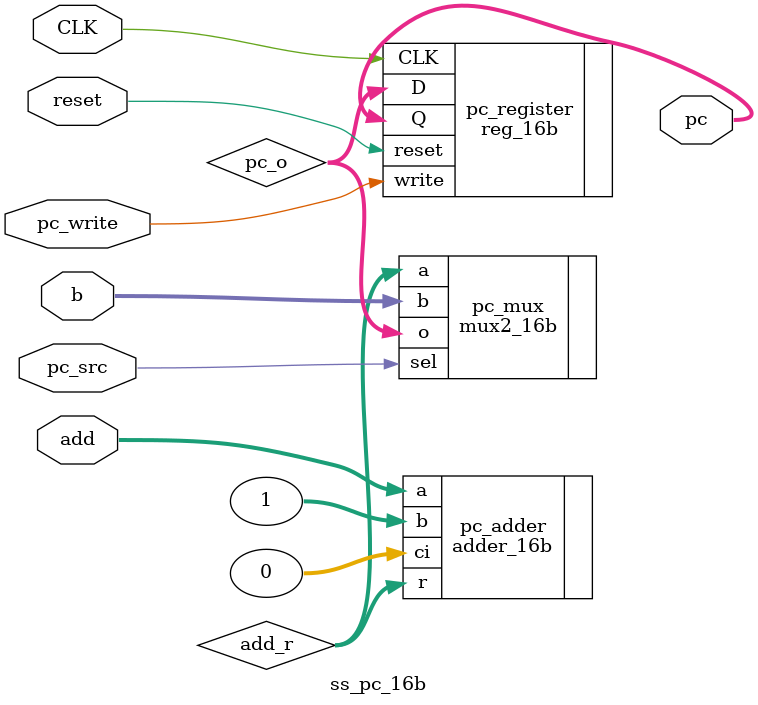
<source format=v>
`timescale 1ns / 1ps
module ss_pc_16b(
	input [15:0] add,
	input [15:0] b,
	input pc_src,
	input pc_write,
	input reset,
	input CLK,
	output [15:0] pc
	);
	
	wire [15:0] pc_o;
	wire [15:0] add_r;
	
	adder_16b pc_adder (
	.a(add),
	.b(1),
	.ci(0),
	.r(add_r)
	);
	
	mux2_16b pc_mux (
	.a(add_r),
	.b(b),
	.sel(pc_src),
	.o(pc_o)
	);
	
	reg_16b pc_register (
	.D(pc_o),
	.write(pc_write),
	.CLK(CLK),
	.reset(reset),
	.Q(pc)
	);


endmodule

</source>
